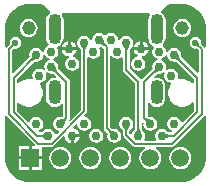
<source format=gbr>
%TF.GenerationSoftware,Altium Limited,Altium Designer,21.3.2 (30)*%
G04 Layer_Physical_Order=2*
G04 Layer_Color=36540*
%FSLAX44Y44*%
%MOMM*%
%TF.SameCoordinates,675AFF39-0D07-4396-8A84-043E8CC343DD*%
%TF.FilePolarity,Positive*%
%TF.FileFunction,Copper,L2,Inr,Signal*%
%TF.Part,Single*%
G01*
G75*
%TA.AperFunction,Conductor*%
%ADD13C,0.2032*%
%TA.AperFunction,WasherPad*%
%ADD14C,1.1520*%
%TA.AperFunction,ComponentPad*%
%ADD15R,1.5000X1.5000*%
%ADD16C,1.5000*%
%ADD17O,1.1000X2.6000*%
%ADD18O,1.1000X2.1000*%
%TA.AperFunction,ViaPad*%
%ADD19C,0.7620*%
%ADD20C,0.5588*%
%TA.AperFunction,Conductor*%
%ADD21C,0.1524*%
G36*
X70834Y29231D02*
X74474Y27724D01*
X77749Y25535D01*
X80535Y22749D01*
X82724Y19474D01*
X84231Y15834D01*
X85000Y11970D01*
Y-6169D01*
X83730Y-6554D01*
X83435Y-6113D01*
X81030Y-3707D01*
X80992Y-3645D01*
X80954Y-3564D01*
X80929Y-3500D01*
X81121Y-2540D01*
X80746Y-657D01*
X79679Y939D01*
X78083Y2006D01*
X76200Y2380D01*
X74317Y2006D01*
X72721Y939D01*
X71654Y-657D01*
X71280Y-2540D01*
X71654Y-4423D01*
X72721Y-6019D01*
X74317Y-7086D01*
X76200Y-7461D01*
X77160Y-7269D01*
X77224Y-7294D01*
X77304Y-7332D01*
X77367Y-7370D01*
X79014Y-9017D01*
Y-27606D01*
X77841Y-28092D01*
X64500Y-14751D01*
X64454Y-14688D01*
X64372Y-14550D01*
X64295Y-14388D01*
X64224Y-14197D01*
X64162Y-13975D01*
X64142Y-13879D01*
X64377Y-12700D01*
X63923Y-10421D01*
X62632Y-8488D01*
X60699Y-7197D01*
X58420Y-6744D01*
X56141Y-7197D01*
X54208Y-8488D01*
X52917Y-10421D01*
X51675Y-10167D01*
X51677Y-10160D01*
X51223Y-7881D01*
X49932Y-5948D01*
X48837Y-5216D01*
X48786Y-3655D01*
X48791Y-3651D01*
X49957Y-2131D01*
X50691Y-360D01*
X50941Y1540D01*
Y16540D01*
X50691Y18440D01*
X49957Y20210D01*
X48791Y21731D01*
X47295Y22879D01*
X47091Y23053D01*
X46951Y24331D01*
X51888Y29268D01*
X51888Y29268D01*
Y29268D01*
X52899Y29893D01*
X52926Y29904D01*
X53409Y30000D01*
X53656Y30000D01*
X65000Y30000D01*
X66970D01*
X70834Y29231D01*
D02*
G37*
G36*
X-53656Y30000D02*
X-53656Y30000D01*
X-53655Y30000D01*
X-52499Y29727D01*
X-52471Y29715D01*
X-52062Y29442D01*
X-51888Y29268D01*
X-46677Y24057D01*
X-46947Y22531D01*
X-47991Y21731D01*
X-49157Y20210D01*
X-49891Y18440D01*
X-50141Y16540D01*
Y1540D01*
X-49891Y-360D01*
X-49157Y-2131D01*
X-48184Y-3399D01*
X-48142Y-3687D01*
X-48218Y-4347D01*
X-48409Y-4931D01*
X-49932Y-5948D01*
X-51223Y-7881D01*
X-51677Y-10160D01*
X-51675Y-10167D01*
X-52917Y-10421D01*
X-54208Y-8488D01*
X-56141Y-7197D01*
X-58420Y-6744D01*
X-60699Y-7197D01*
X-62632Y-8488D01*
X-63923Y-10421D01*
X-64377Y-12700D01*
X-64142Y-13879D01*
X-64162Y-13975D01*
X-64224Y-14197D01*
X-64295Y-14388D01*
X-64372Y-14550D01*
X-64454Y-14688D01*
X-64500Y-14751D01*
X-77841Y-28092D01*
X-79014Y-27606D01*
Y-9017D01*
X-77367Y-7370D01*
X-77305Y-7332D01*
X-77224Y-7294D01*
X-77160Y-7269D01*
X-76200Y-7461D01*
X-74317Y-7086D01*
X-72721Y-6019D01*
X-71654Y-4423D01*
X-71280Y-2540D01*
X-71654Y-657D01*
X-72721Y939D01*
X-74317Y2006D01*
X-76200Y2380D01*
X-78083Y2006D01*
X-79679Y939D01*
X-80746Y-657D01*
X-81121Y-2540D01*
X-80929Y-3500D01*
X-80954Y-3564D01*
X-80992Y-3644D01*
X-81030Y-3707D01*
X-83435Y-6113D01*
X-83730Y-6554D01*
X-85000Y-6169D01*
Y11970D01*
X-84231Y15834D01*
X-82724Y19474D01*
X-80535Y22749D01*
X-77749Y25535D01*
X-74474Y27724D01*
X-70834Y29231D01*
X-66970Y30000D01*
X-65000Y30000D01*
X-53656Y30000D01*
X-53656Y30000D01*
D02*
G37*
G36*
X-1263Y-489D02*
X-1233Y-916D01*
X-1179Y-1320D01*
X-1102Y-1701D01*
X-1001Y-2058D01*
X-878Y-2392D01*
X-730Y-2703D01*
X-560Y-2990D01*
X-366Y-3254D01*
X-149Y-3495D01*
X-1585Y-4931D01*
X-1826Y-4714D01*
X-2090Y-4520D01*
X-2377Y-4350D01*
X-2688Y-4202D01*
X-3022Y-4079D01*
X-3379Y-3978D01*
X-3760Y-3901D01*
X-4164Y-3847D01*
X-4591Y-3817D01*
X-5042Y-3810D01*
X-1270Y-38D01*
X-1263Y-489D01*
D02*
G37*
G36*
X78999Y-2894D02*
X79022Y-3204D01*
X79062Y-3497D01*
X79119Y-3773D01*
X79193Y-4034D01*
X79285Y-4277D01*
X79394Y-4505D01*
X79520Y-4715D01*
X79664Y-4909D01*
X79825Y-5087D01*
X78747Y-6165D01*
X78569Y-6004D01*
X78375Y-5860D01*
X78165Y-5734D01*
X77937Y-5625D01*
X77694Y-5533D01*
X77433Y-5459D01*
X77157Y-5402D01*
X76864Y-5362D01*
X76554Y-5339D01*
X76228Y-5334D01*
X78994Y-2568D01*
X78999Y-2894D01*
D02*
G37*
G36*
X-76228Y-5334D02*
X-76554Y-5339D01*
X-76864Y-5362D01*
X-77157Y-5402D01*
X-77433Y-5459D01*
X-77694Y-5533D01*
X-77937Y-5625D01*
X-78165Y-5734D01*
X-78375Y-5860D01*
X-78569Y-6004D01*
X-78747Y-6165D01*
X-79825Y-5087D01*
X-79664Y-4909D01*
X-79520Y-4715D01*
X-79394Y-4505D01*
X-79285Y-4277D01*
X-79193Y-4034D01*
X-79119Y-3773D01*
X-79062Y-3497D01*
X-79022Y-3204D01*
X-78999Y-2894D01*
X-78994Y-2568D01*
X-76228Y-5334D01*
D02*
G37*
G36*
X20133Y-5584D02*
X19853Y-5908D01*
X19605Y-6232D01*
X19390Y-6556D01*
X19209Y-6879D01*
X19060Y-7203D01*
X18945Y-7527D01*
X18862Y-7850D01*
X18813Y-8174D01*
X18796Y-8498D01*
X16764D01*
X16747Y-8174D01*
X16698Y-7850D01*
X16615Y-7527D01*
X16500Y-7203D01*
X16351Y-6879D01*
X16170Y-6556D01*
X15955Y-6232D01*
X15707Y-5908D01*
X15427Y-5584D01*
X15113Y-5261D01*
X20447D01*
X20133Y-5584D01*
D02*
G37*
G36*
X-15475Y-5630D02*
X-16085Y-6342D01*
X-16332Y-6685D01*
X-16542Y-7019D01*
X-16713Y-7344D01*
X-16847Y-7661D01*
X-16942Y-7969D01*
X-16999Y-8268D01*
X-17018Y-8559D01*
X-18542D01*
X-18561Y-8268D01*
X-18618Y-7969D01*
X-18713Y-7661D01*
X-18847Y-7344D01*
X-19018Y-7019D01*
X-19228Y-6685D01*
X-19476Y-6342D01*
X-19761Y-5990D01*
X-20447Y-5261D01*
X-15113D01*
X-15475Y-5630D01*
D02*
G37*
G36*
X-3805Y-5742D02*
X-3583Y-5804D01*
X-3392Y-5875D01*
X-3230Y-5952D01*
X-3092Y-6034D01*
X-3029Y-6080D01*
X-1579Y-7530D01*
Y-74930D01*
X-1579Y-74930D01*
X-1362Y-76020D01*
X-744Y-76944D01*
X1540Y-79229D01*
X1586Y-79292D01*
X1668Y-79430D01*
X1745Y-79592D01*
X1816Y-79783D01*
X1878Y-80005D01*
X1898Y-80101D01*
X1664Y-81280D01*
X2117Y-83559D01*
X3408Y-85492D01*
X5341Y-86783D01*
X7620Y-87236D01*
X9899Y-86783D01*
X11832Y-85492D01*
X13123Y-83559D01*
X13577Y-81280D01*
X13123Y-79001D01*
X11832Y-77068D01*
X9899Y-75777D01*
X7620Y-75324D01*
X6441Y-75558D01*
X6345Y-75539D01*
X6123Y-75476D01*
X5932Y-75405D01*
X5770Y-75328D01*
X5632Y-75246D01*
X5569Y-75200D01*
X4119Y-73750D01*
Y-13920D01*
X5389Y-13535D01*
X5948Y-14372D01*
X7881Y-15663D01*
X10160Y-16116D01*
X12439Y-15663D01*
X13661Y-14847D01*
X14931Y-15525D01*
Y-25400D01*
X14931Y-25400D01*
X15148Y-26490D01*
X15766Y-27414D01*
X25091Y-36740D01*
Y-75530D01*
X25079Y-75608D01*
X25040Y-75763D01*
X24979Y-75933D01*
X24894Y-76118D01*
X24781Y-76319D01*
X24727Y-76400D01*
X23728Y-77068D01*
X22437Y-79001D01*
X22368Y-79348D01*
X21105Y-79768D01*
X20370Y-79157D01*
Y-77042D01*
X20380Y-76989D01*
X20419Y-76862D01*
X20487Y-76700D01*
X20590Y-76504D01*
X20732Y-76278D01*
X20878Y-76076D01*
X21992Y-75332D01*
X23283Y-73399D01*
X23737Y-71120D01*
X23283Y-68841D01*
X21992Y-66908D01*
X20059Y-65617D01*
X17780Y-65163D01*
X15501Y-65617D01*
X13568Y-66908D01*
X12277Y-68841D01*
X11824Y-71120D01*
X12277Y-73399D01*
X13568Y-75332D01*
X14682Y-76076D01*
X14828Y-76278D01*
X14970Y-76504D01*
X15073Y-76700D01*
X15141Y-76862D01*
X15180Y-76988D01*
X15190Y-77042D01*
Y-80459D01*
X15387Y-81451D01*
X15949Y-82291D01*
X23373Y-89715D01*
X24214Y-90277D01*
X25205Y-90474D01*
X33535D01*
X33788Y-91744D01*
X33421Y-91896D01*
X31483Y-93383D01*
X29996Y-95321D01*
X29061Y-97578D01*
X28742Y-100000D01*
X29061Y-102422D01*
X29996Y-104679D01*
X31483Y-106617D01*
X33421Y-108104D01*
X35678Y-109039D01*
X38100Y-109358D01*
X40522Y-109039D01*
X42779Y-108104D01*
X44717Y-106617D01*
X46204Y-104679D01*
X47139Y-102422D01*
X47458Y-100000D01*
X47139Y-97578D01*
X46204Y-95321D01*
X44717Y-93383D01*
X42779Y-91896D01*
X42412Y-91744D01*
X42665Y-90474D01*
X56743D01*
X57734Y-90277D01*
X58574Y-89715D01*
X83435Y-64854D01*
X83730Y-64413D01*
X85000Y-64798D01*
Y-100000D01*
X85000Y-100000D01*
Y-101970D01*
X84231Y-105834D01*
X82724Y-109474D01*
X80535Y-112749D01*
X77749Y-115535D01*
X74474Y-117724D01*
X70834Y-119231D01*
X66970Y-120000D01*
X65000Y-120000D01*
X-65000Y-120000D01*
X-66970D01*
X-70834Y-119231D01*
X-74474Y-117724D01*
X-77749Y-115535D01*
X-80535Y-112749D01*
X-82724Y-109474D01*
X-84231Y-105834D01*
X-85000Y-101970D01*
Y-100000D01*
Y-64798D01*
X-83730Y-64413D01*
X-83435Y-64854D01*
X-59599Y-88690D01*
X-60125Y-89960D01*
X-62230D01*
Y-98730D01*
X-53460D01*
Y-90474D01*
X-45525D01*
X-44534Y-90277D01*
X-43693Y-89715D01*
X-35634Y-81656D01*
X-34256Y-82074D01*
X-33922Y-83758D01*
X-32518Y-85858D01*
X-30418Y-87262D01*
X-29210Y-87502D01*
Y-81280D01*
X-27940D01*
Y-80010D01*
X-21718D01*
X-21958Y-78802D01*
X-23362Y-76702D01*
X-25462Y-75298D01*
X-27146Y-74964D01*
X-27564Y-73586D01*
X-24892Y-70914D01*
X-23664Y-71482D01*
X-23283Y-73399D01*
X-21992Y-75332D01*
X-20059Y-76623D01*
X-17780Y-77077D01*
X-15501Y-76623D01*
X-13568Y-75332D01*
X-12277Y-73399D01*
X-11824Y-71120D01*
X-12277Y-68841D01*
X-13568Y-66908D01*
X-15501Y-65617D01*
X-17418Y-65236D01*
X-17986Y-64008D01*
X-15949Y-61971D01*
X-15387Y-61130D01*
X-15190Y-60139D01*
Y-15259D01*
X-13920Y-14674D01*
X-12439Y-15663D01*
X-10160Y-16116D01*
X-7881Y-15663D01*
X-5948Y-14372D01*
X-4657Y-12439D01*
X-4203Y-10160D01*
X-4657Y-7881D01*
X-5136Y-7164D01*
X-5133Y-7099D01*
X-4493Y-5840D01*
X-3901Y-5722D01*
X-3805Y-5742D01*
D02*
G37*
G36*
X62237Y-13189D02*
X62267Y-13616D01*
X62321Y-14020D01*
X62398Y-14401D01*
X62499Y-14758D01*
X62622Y-15092D01*
X62770Y-15403D01*
X62940Y-15690D01*
X63134Y-15954D01*
X63351Y-16195D01*
X61915Y-17631D01*
X61674Y-17414D01*
X61410Y-17220D01*
X61123Y-17050D01*
X60812Y-16903D01*
X60478Y-16779D01*
X60121Y-16678D01*
X59740Y-16601D01*
X59336Y-16547D01*
X58909Y-16517D01*
X58458Y-16510D01*
X62230Y-12738D01*
X62237Y-13189D01*
D02*
G37*
G36*
X-58458Y-16510D02*
X-58909Y-16517D01*
X-59336Y-16547D01*
X-59740Y-16601D01*
X-60121Y-16678D01*
X-60478Y-16779D01*
X-60812Y-16903D01*
X-61123Y-17050D01*
X-61410Y-17220D01*
X-61674Y-17414D01*
X-61915Y-17631D01*
X-63351Y-16195D01*
X-63134Y-15954D01*
X-62940Y-15690D01*
X-62770Y-15403D01*
X-62622Y-15092D01*
X-62499Y-14758D01*
X-62398Y-14401D01*
X-62321Y-14020D01*
X-62267Y-13616D01*
X-62237Y-13189D01*
X-62230Y-12738D01*
X-58458Y-16510D01*
D02*
G37*
G36*
X-49932Y-14372D02*
X-47999Y-15663D01*
X-46996Y-15863D01*
Y-17157D01*
X-47999Y-17357D01*
X-49932Y-18648D01*
X-51223Y-20581D01*
X-51677Y-22860D01*
X-51246Y-25023D01*
X-51500Y-25335D01*
X-52261Y-25872D01*
X-53601Y-24977D01*
X-55880Y-24523D01*
X-58159Y-24977D01*
X-60092Y-26268D01*
X-61383Y-28201D01*
X-61837Y-30480D01*
X-61459Y-32376D01*
X-62126Y-33256D01*
X-62439Y-33465D01*
X-63661Y-33222D01*
X-63840D01*
X-64015Y-33187D01*
X-65985D01*
X-66160Y-33222D01*
X-66339D01*
X-68271Y-33606D01*
X-68436Y-33675D01*
X-68611Y-33709D01*
X-70430Y-34463D01*
X-70579Y-34562D01*
X-70744Y-34631D01*
X-72382Y-35725D01*
X-72508Y-35852D01*
X-72656Y-35951D01*
X-73675Y-36969D01*
X-74945Y-36443D01*
Y-33254D01*
X-60471Y-18780D01*
X-60408Y-18734D01*
X-60270Y-18652D01*
X-60107Y-18575D01*
X-59917Y-18504D01*
X-59695Y-18441D01*
X-59599Y-18422D01*
X-58420Y-18657D01*
X-56141Y-18203D01*
X-54208Y-16912D01*
X-52917Y-14979D01*
X-52463Y-12700D01*
X-52465Y-12693D01*
X-51223Y-12440D01*
X-49932Y-14372D01*
D02*
G37*
G36*
X45682Y-26670D02*
X45231Y-26677D01*
X44804Y-26707D01*
X44400Y-26761D01*
X44019Y-26838D01*
X43662Y-26939D01*
X43328Y-27062D01*
X43017Y-27210D01*
X42730Y-27380D01*
X42466Y-27574D01*
X42225Y-27791D01*
X40789Y-26355D01*
X41006Y-26114D01*
X41200Y-25850D01*
X41370Y-25563D01*
X41518Y-25252D01*
X41641Y-24918D01*
X41742Y-24561D01*
X41819Y-24180D01*
X41873Y-23776D01*
X41903Y-23349D01*
X41910Y-22898D01*
X45682Y-26670D01*
D02*
G37*
G36*
X-41903Y-23349D02*
X-41873Y-23776D01*
X-41819Y-24180D01*
X-41742Y-24561D01*
X-41641Y-24918D01*
X-41518Y-25252D01*
X-41370Y-25563D01*
X-41200Y-25850D01*
X-41006Y-26114D01*
X-40789Y-26355D01*
X-42225Y-27791D01*
X-42466Y-27574D01*
X-42730Y-27380D01*
X-43017Y-27210D01*
X-43328Y-27062D01*
X-43662Y-26939D01*
X-44019Y-26838D01*
X-44400Y-26761D01*
X-44804Y-26707D01*
X-45231Y-26677D01*
X-45682Y-26670D01*
X-41910Y-22898D01*
X-41903Y-23349D01*
D02*
G37*
G36*
X50100Y-28005D02*
X50354Y-28317D01*
X49924Y-30480D01*
X50377Y-32759D01*
X51668Y-34692D01*
X53601Y-35983D01*
X55197Y-36301D01*
X55549Y-36787D01*
X55606Y-36921D01*
X55725Y-37618D01*
X54631Y-39256D01*
X54562Y-39421D01*
X54463Y-39569D01*
X53709Y-41389D01*
X53675Y-41564D01*
X53606Y-41729D01*
X53222Y-43661D01*
Y-43840D01*
X53187Y-44015D01*
Y-45985D01*
X53222Y-46160D01*
Y-46339D01*
X53606Y-48271D01*
X53675Y-48436D01*
X53709Y-48611D01*
X54463Y-50431D01*
X54562Y-50579D01*
X54631Y-50744D01*
X55725Y-52382D01*
X55851Y-52508D01*
X55951Y-52656D01*
X57344Y-54049D01*
X57492Y-54149D01*
X57618Y-54275D01*
X59256Y-55369D01*
X59421Y-55438D01*
X59570Y-55537D01*
X61389Y-56291D01*
X61564Y-56325D01*
X61729Y-56394D01*
X63661Y-56778D01*
X63840D01*
X64015Y-56813D01*
X65985D01*
X66160Y-56778D01*
X66339D01*
X68271Y-56394D01*
X68436Y-56325D01*
X68611Y-56291D01*
X70430Y-55537D01*
X70579Y-55438D01*
X70744Y-55369D01*
X72382Y-54275D01*
X72508Y-54149D01*
X72656Y-54049D01*
X73675Y-53031D01*
X74945Y-53557D01*
Y-60265D01*
X65281Y-69928D01*
X64066Y-69560D01*
X63923Y-68841D01*
X62632Y-66908D01*
X60699Y-65617D01*
X58420Y-65163D01*
X56141Y-65617D01*
X54208Y-66908D01*
X52917Y-68841D01*
X52463Y-71120D01*
X52917Y-73399D01*
X54208Y-75332D01*
X55977Y-76514D01*
X56197Y-76879D01*
X56439Y-77977D01*
X56080Y-78431D01*
X54010D01*
X53932Y-78419D01*
X53777Y-78380D01*
X53607Y-78319D01*
X53422Y-78234D01*
X53221Y-78122D01*
X53140Y-78067D01*
X52472Y-77068D01*
X50539Y-75777D01*
X48260Y-75324D01*
X45981Y-75777D01*
X44048Y-77068D01*
X42757Y-79001D01*
X42304Y-81280D01*
X42757Y-83559D01*
X43168Y-84174D01*
X42569Y-85294D01*
X33631D01*
X33032Y-84174D01*
X33443Y-83559D01*
X33897Y-81280D01*
X33443Y-79001D01*
X32152Y-77068D01*
X31153Y-76400D01*
X31098Y-76319D01*
X30986Y-76118D01*
X30901Y-75933D01*
X30840Y-75763D01*
X30801Y-75608D01*
X30789Y-75530D01*
Y-70702D01*
X30836Y-70603D01*
X32059Y-70097D01*
X32299Y-70338D01*
X32143Y-71120D01*
X32597Y-73399D01*
X33888Y-75332D01*
X35821Y-76623D01*
X38100Y-77077D01*
X40379Y-76623D01*
X42312Y-75332D01*
X43603Y-73399D01*
X44057Y-71120D01*
X43603Y-68841D01*
X42312Y-66908D01*
X40379Y-65617D01*
X38100Y-65163D01*
X36922Y-65398D01*
X36825Y-65378D01*
X36603Y-65316D01*
X36412Y-65245D01*
X36250Y-65168D01*
X36112Y-65086D01*
X36049Y-65040D01*
X35869Y-64860D01*
Y-53615D01*
X36718Y-53265D01*
X37139Y-53256D01*
X38209Y-54651D01*
X39730Y-55817D01*
X41500Y-56551D01*
X43400Y-56801D01*
X45300Y-56551D01*
X47070Y-55817D01*
X48591Y-54651D01*
X49757Y-53131D01*
X50491Y-51360D01*
X50741Y-49460D01*
Y-39460D01*
X50491Y-37560D01*
X49757Y-35790D01*
X48591Y-34269D01*
X47070Y-33103D01*
X45300Y-32369D01*
X43400Y-32119D01*
X42116Y-32288D01*
X41523Y-31086D01*
X43669Y-28940D01*
X43732Y-28894D01*
X43870Y-28812D01*
X44033Y-28735D01*
X44223Y-28664D01*
X44445Y-28602D01*
X44541Y-28582D01*
X45720Y-28816D01*
X47999Y-28363D01*
X49339Y-27468D01*
X50100Y-28005D01*
D02*
G37*
G36*
X-47999Y-28363D02*
X-45720Y-28816D01*
X-44541Y-28582D01*
X-44445Y-28602D01*
X-44223Y-28664D01*
X-44032Y-28735D01*
X-43870Y-28812D01*
X-43732Y-28894D01*
X-43669Y-28940D01*
X-41584Y-31025D01*
X-42177Y-32228D01*
X-43000Y-32119D01*
X-44900Y-32369D01*
X-46671Y-33103D01*
X-48191Y-34269D01*
X-49358Y-35790D01*
X-50091Y-37560D01*
X-50341Y-39460D01*
Y-49460D01*
X-50091Y-51360D01*
X-49358Y-53131D01*
X-48191Y-54651D01*
X-46671Y-55817D01*
X-44900Y-56551D01*
X-43000Y-56801D01*
X-41100Y-56551D01*
X-39330Y-55817D01*
X-37809Y-54651D01*
X-37139Y-53777D01*
X-35869Y-54208D01*
Y-64860D01*
X-36049Y-65040D01*
X-36112Y-65086D01*
X-36250Y-65168D01*
X-36412Y-65245D01*
X-36603Y-65316D01*
X-36825Y-65378D01*
X-36921Y-65398D01*
X-38100Y-65163D01*
X-40379Y-65617D01*
X-42312Y-66908D01*
X-43603Y-68841D01*
X-44057Y-71120D01*
X-43603Y-73399D01*
X-42312Y-75332D01*
X-40379Y-76623D01*
X-39654Y-76767D01*
X-39286Y-77983D01*
X-41397Y-80094D01*
X-42613Y-79726D01*
X-42757Y-79001D01*
X-44048Y-77068D01*
X-45981Y-75777D01*
X-48260Y-75324D01*
X-50539Y-75777D01*
X-52472Y-77068D01*
X-53140Y-78067D01*
X-53221Y-78122D01*
X-53422Y-78234D01*
X-53607Y-78319D01*
X-53777Y-78380D01*
X-53932Y-78419D01*
X-54010Y-78431D01*
X-56080D01*
X-56439Y-77977D01*
X-56197Y-76879D01*
X-55977Y-76514D01*
X-54208Y-75332D01*
X-52917Y-73399D01*
X-52463Y-71120D01*
X-52917Y-68841D01*
X-54208Y-66908D01*
X-56141Y-65617D01*
X-58420Y-65163D01*
X-60699Y-65617D01*
X-62632Y-66908D01*
X-63923Y-68841D01*
X-64066Y-69560D01*
X-65281Y-69928D01*
X-74945Y-60265D01*
Y-53557D01*
X-73675Y-53031D01*
X-72656Y-54049D01*
X-72508Y-54149D01*
X-72382Y-54275D01*
X-70744Y-55369D01*
X-70579Y-55438D01*
X-70430Y-55537D01*
X-68611Y-56291D01*
X-68436Y-56325D01*
X-68271Y-56394D01*
X-66339Y-56778D01*
X-66160D01*
X-65985Y-56813D01*
X-64015D01*
X-63840Y-56778D01*
X-63661D01*
X-61729Y-56394D01*
X-61564Y-56325D01*
X-61389Y-56291D01*
X-59570Y-55537D01*
X-59421Y-55438D01*
X-59256Y-55369D01*
X-57618Y-54275D01*
X-57492Y-54149D01*
X-57344Y-54049D01*
X-55951Y-52656D01*
X-55851Y-52508D01*
X-55725Y-52382D01*
X-54631Y-50744D01*
X-54563Y-50579D01*
X-54463Y-50430D01*
X-53710Y-48611D01*
X-53675Y-48436D01*
X-53606Y-48271D01*
X-53222Y-46339D01*
Y-46160D01*
X-53187Y-45985D01*
Y-44015D01*
X-53222Y-43840D01*
Y-43661D01*
X-53606Y-41729D01*
X-53675Y-41564D01*
X-53710Y-41389D01*
X-54463Y-39569D01*
X-54563Y-39421D01*
X-54631Y-39256D01*
X-55725Y-37618D01*
X-55606Y-36921D01*
X-55549Y-36787D01*
X-55197Y-36301D01*
X-53601Y-35983D01*
X-51668Y-34692D01*
X-50377Y-32759D01*
X-49924Y-30480D01*
X-50354Y-28317D01*
X-50100Y-28005D01*
X-49339Y-27468D01*
X-47999Y-28363D01*
D02*
G37*
G36*
X37933Y21110D02*
X37243Y20210D01*
X36509Y18440D01*
X36259Y16540D01*
Y1540D01*
X36509Y-360D01*
X37243Y-2131D01*
X38409Y-3651D01*
X39930Y-4817D01*
X40645Y-5114D01*
X41038Y-6651D01*
X40217Y-7881D01*
X39764Y-10160D01*
X40217Y-12439D01*
X41508Y-14372D01*
X43441Y-15663D01*
X44444Y-15863D01*
Y-17157D01*
X43441Y-17357D01*
X41508Y-18648D01*
X40217Y-20581D01*
X39764Y-22860D01*
X39998Y-24039D01*
X39978Y-24135D01*
X39916Y-24357D01*
X39845Y-24548D01*
X39768Y-24710D01*
X39686Y-24848D01*
X39640Y-24911D01*
X31291Y-33260D01*
X30679Y-33391D01*
X30281D01*
X29669Y-33260D01*
X20629Y-24220D01*
Y-8290D01*
X20641Y-8212D01*
X20680Y-8057D01*
X20741Y-7887D01*
X20826Y-7702D01*
X20938Y-7501D01*
X20993Y-7419D01*
X21992Y-6752D01*
X23283Y-4819D01*
X23737Y-2540D01*
X23283Y-261D01*
X21992Y1672D01*
X20059Y2963D01*
X17780Y3417D01*
X15501Y2963D01*
X13568Y1672D01*
X12277Y-260D01*
X11035Y-7D01*
X11036Y0D01*
X10583Y2279D01*
X9292Y4212D01*
X7359Y5503D01*
X5080Y5957D01*
X2801Y5503D01*
X868Y4212D01*
X635Y3863D01*
X-635D01*
X-868Y4212D01*
X-2801Y5503D01*
X-5080Y5957D01*
X-7359Y5503D01*
X-9292Y4212D01*
X-10583Y2279D01*
X-11036Y0D01*
X-11035Y-7D01*
X-12277Y-260D01*
X-13568Y1672D01*
X-15501Y2963D01*
X-17780Y3417D01*
X-20059Y2963D01*
X-21992Y1672D01*
X-23283Y-261D01*
X-23737Y-2540D01*
X-23283Y-4819D01*
X-21992Y-6752D01*
X-20878Y-7496D01*
X-20732Y-7698D01*
X-20590Y-7924D01*
X-20487Y-8120D01*
X-20419Y-8282D01*
X-20380Y-8408D01*
X-20370Y-8462D01*
Y-59067D01*
X-29722Y-68418D01*
X-30708Y-67609D01*
X-30388Y-67130D01*
X-30171Y-66040D01*
X-30171Y-66040D01*
Y-35560D01*
X-30171Y-35560D01*
X-30388Y-34470D01*
X-31006Y-33546D01*
X-31006Y-33546D01*
X-39640Y-24911D01*
X-39686Y-24848D01*
X-39768Y-24710D01*
X-39845Y-24548D01*
X-39916Y-24357D01*
X-39978Y-24135D01*
X-39998Y-24039D01*
X-39764Y-22860D01*
X-40217Y-20581D01*
X-41508Y-18648D01*
X-43441Y-17357D01*
X-44444Y-17157D01*
Y-15863D01*
X-43441Y-15663D01*
X-41508Y-14372D01*
X-40217Y-12439D01*
X-39764Y-10160D01*
X-40217Y-7881D01*
X-40916Y-6834D01*
X-40913Y-6547D01*
X-40388Y-5339D01*
X-39130Y-4817D01*
X-37609Y-3651D01*
X-36443Y-2131D01*
X-35709Y-360D01*
X-35459Y1540D01*
Y16540D01*
X-35709Y18440D01*
X-36443Y20210D01*
X-37133Y21110D01*
X-36507Y22380D01*
X37307Y22380D01*
X37933Y21110D01*
D02*
G37*
G36*
X52465Y-12693D02*
X52463Y-12700D01*
X52917Y-14979D01*
X54208Y-16912D01*
X56141Y-18203D01*
X58420Y-18657D01*
X59599Y-18422D01*
X59695Y-18441D01*
X59917Y-18504D01*
X60108Y-18575D01*
X60270Y-18652D01*
X60408Y-18734D01*
X60471Y-18780D01*
X74945Y-33254D01*
Y-36443D01*
X73675Y-36969D01*
X72656Y-35951D01*
X72508Y-35851D01*
X72382Y-35725D01*
X70744Y-34631D01*
X70579Y-34562D01*
X70430Y-34463D01*
X68611Y-33709D01*
X68436Y-33675D01*
X68271Y-33606D01*
X66339Y-33222D01*
X66160D01*
X65985Y-33187D01*
X64015D01*
X63840Y-33222D01*
X63661D01*
X62439Y-33465D01*
X62126Y-33256D01*
X61459Y-32376D01*
X61837Y-30480D01*
X61383Y-28201D01*
X60092Y-26268D01*
X58159Y-24977D01*
X55880Y-24523D01*
X53601Y-24977D01*
X52261Y-25872D01*
X51500Y-25335D01*
X51246Y-25023D01*
X51677Y-22860D01*
X51223Y-20581D01*
X49932Y-18648D01*
X47999Y-17357D01*
X46996Y-17157D01*
Y-15863D01*
X47999Y-15663D01*
X49932Y-14372D01*
X51223Y-12440D01*
X52465Y-12693D01*
D02*
G37*
G36*
X34846Y-66406D02*
X35110Y-66600D01*
X35397Y-66770D01*
X35708Y-66918D01*
X36042Y-67041D01*
X36399Y-67142D01*
X36780Y-67219D01*
X37184Y-67273D01*
X37611Y-67303D01*
X38062Y-67310D01*
X34290Y-71082D01*
X34283Y-70631D01*
X34253Y-70204D01*
X34199Y-69800D01*
X34122Y-69419D01*
X34021Y-69062D01*
X33898Y-68728D01*
X33750Y-68417D01*
X33580Y-68130D01*
X33386Y-67866D01*
X33169Y-67625D01*
X34606Y-66189D01*
X34846Y-66406D01*
D02*
G37*
G36*
X-33169Y-67625D02*
X-33386Y-67866D01*
X-33580Y-68130D01*
X-33750Y-68417D01*
X-33898Y-68728D01*
X-34021Y-69062D01*
X-34122Y-69419D01*
X-34199Y-69800D01*
X-34253Y-70204D01*
X-34283Y-70631D01*
X-34290Y-71082D01*
X-38062Y-67310D01*
X-37611Y-67303D01*
X-37184Y-67273D01*
X-36780Y-67219D01*
X-36399Y-67142D01*
X-36042Y-67041D01*
X-35708Y-66918D01*
X-35397Y-66770D01*
X-35110Y-66600D01*
X-34846Y-66406D01*
X-34605Y-66189D01*
X-33169Y-67625D01*
D02*
G37*
G36*
X20085Y-74210D02*
X19476Y-74922D01*
X19228Y-75265D01*
X19018Y-75599D01*
X18847Y-75925D01*
X18713Y-76241D01*
X18618Y-76549D01*
X18561Y-76849D01*
X18542Y-77139D01*
X17018D01*
X16999Y-76849D01*
X16942Y-76549D01*
X16847Y-76241D01*
X16713Y-75925D01*
X16542Y-75599D01*
X16332Y-75265D01*
X16085Y-74922D01*
X15799Y-74570D01*
X15113Y-73841D01*
X20447D01*
X20085Y-74210D01*
D02*
G37*
G36*
X28972Y-75646D02*
X29022Y-75970D01*
X29105Y-76293D01*
X29220Y-76617D01*
X29369Y-76941D01*
X29550Y-77264D01*
X29765Y-77588D01*
X30013Y-77912D01*
X30293Y-78236D01*
X30607Y-78559D01*
X25273D01*
X25587Y-78236D01*
X25867Y-77912D01*
X26115Y-77588D01*
X26330Y-77264D01*
X26511Y-76941D01*
X26660Y-76617D01*
X26775Y-76293D01*
X26858Y-75970D01*
X26907Y-75646D01*
X26924Y-75322D01*
X28956D01*
X28972Y-75646D01*
D02*
G37*
G36*
X4366Y-76566D02*
X4630Y-76760D01*
X4917Y-76930D01*
X5228Y-77077D01*
X5562Y-77201D01*
X5919Y-77302D01*
X6300Y-77379D01*
X6704Y-77433D01*
X7131Y-77463D01*
X7582Y-77470D01*
X3810Y-81242D01*
X3803Y-80791D01*
X3773Y-80364D01*
X3719Y-79960D01*
X3642Y-79579D01*
X3541Y-79222D01*
X3417Y-78888D01*
X3270Y-78577D01*
X3100Y-78290D01*
X2906Y-78026D01*
X2689Y-77785D01*
X4125Y-76349D01*
X4366Y-76566D01*
D02*
G37*
G36*
X51304Y-78927D02*
X51628Y-79207D01*
X51952Y-79455D01*
X52276Y-79670D01*
X52599Y-79851D01*
X52923Y-80000D01*
X53247Y-80115D01*
X53570Y-80198D01*
X53894Y-80247D01*
X54218Y-80264D01*
Y-82296D01*
X53894Y-82312D01*
X53570Y-82362D01*
X53247Y-82445D01*
X52923Y-82560D01*
X52599Y-82709D01*
X52276Y-82890D01*
X51952Y-83105D01*
X51628Y-83353D01*
X51304Y-83633D01*
X50981Y-83947D01*
Y-78613D01*
X51304Y-78927D01*
D02*
G37*
G36*
X-50981Y-83947D02*
X-51304Y-83633D01*
X-51628Y-83353D01*
X-51952Y-83105D01*
X-52276Y-82890D01*
X-52599Y-82709D01*
X-52923Y-82560D01*
X-53247Y-82445D01*
X-53570Y-82362D01*
X-53894Y-82312D01*
X-54218Y-82296D01*
Y-80264D01*
X-53894Y-80247D01*
X-53570Y-80198D01*
X-53247Y-80115D01*
X-52923Y-80000D01*
X-52599Y-79851D01*
X-52276Y-79670D01*
X-51952Y-79455D01*
X-51628Y-79207D01*
X-51304Y-78927D01*
X-50981Y-78613D01*
Y-83947D01*
D02*
G37*
%LPC*%
G36*
X65000Y17603D02*
X63032Y17344D01*
X61199Y16584D01*
X59624Y15376D01*
X58416Y13801D01*
X57656Y11968D01*
X57397Y10000D01*
X57656Y8032D01*
X58416Y6198D01*
X59624Y4624D01*
X61199Y3416D01*
X63032Y2656D01*
X65000Y2397D01*
X66968Y2656D01*
X68801Y3416D01*
X70376Y4624D01*
X71584Y6198D01*
X72344Y8032D01*
X72603Y10000D01*
X72344Y11968D01*
X71584Y13801D01*
X70376Y15376D01*
X68801Y16584D01*
X66968Y17344D01*
X65000Y17603D01*
D02*
G37*
G36*
X-65000D02*
X-66968Y17344D01*
X-68801Y16584D01*
X-70376Y15376D01*
X-71584Y13801D01*
X-72344Y11968D01*
X-72603Y10000D01*
X-72344Y8032D01*
X-71584Y6198D01*
X-70376Y4624D01*
X-68801Y3416D01*
X-66968Y2656D01*
X-65000Y2397D01*
X-63032Y2656D01*
X-61199Y3416D01*
X-59624Y4624D01*
X-58416Y6198D01*
X-57656Y8032D01*
X-57397Y10000D01*
X-57656Y11968D01*
X-58416Y13801D01*
X-59624Y15376D01*
X-61199Y16584D01*
X-63032Y17344D01*
X-65000Y17603D01*
D02*
G37*
G36*
X-7620Y-75324D02*
X-9899Y-75777D01*
X-11832Y-77068D01*
X-13123Y-79001D01*
X-13577Y-81280D01*
X-13123Y-83559D01*
X-11832Y-85492D01*
X-9899Y-86783D01*
X-7620Y-87236D01*
X-5341Y-86783D01*
X-3408Y-85492D01*
X-2117Y-83559D01*
X-1664Y-81280D01*
X-2117Y-79001D01*
X-3408Y-77068D01*
X-5341Y-75777D01*
X-7620Y-75324D01*
D02*
G37*
G36*
X-21718Y-82550D02*
X-26670D01*
Y-87502D01*
X-25462Y-87262D01*
X-23362Y-85858D01*
X-21958Y-83758D01*
X-21718Y-82550D01*
D02*
G37*
G36*
X-64770Y-89960D02*
X-73540D01*
Y-98730D01*
X-64770D01*
Y-89960D01*
D02*
G37*
G36*
X63500Y-90642D02*
X61078Y-90961D01*
X58821Y-91896D01*
X56883Y-93383D01*
X55396Y-95321D01*
X54461Y-97578D01*
X54142Y-100000D01*
X54461Y-102422D01*
X55396Y-104679D01*
X56883Y-106617D01*
X58821Y-108104D01*
X61078Y-109039D01*
X63500Y-109358D01*
X65922Y-109039D01*
X68179Y-108104D01*
X70117Y-106617D01*
X71604Y-104679D01*
X72539Y-102422D01*
X72858Y-100000D01*
X72539Y-97578D01*
X71604Y-95321D01*
X70117Y-93383D01*
X68179Y-91896D01*
X65922Y-90961D01*
X63500Y-90642D01*
D02*
G37*
G36*
X12700D02*
X10278Y-90961D01*
X8021Y-91896D01*
X6083Y-93383D01*
X4596Y-95321D01*
X3661Y-97578D01*
X3342Y-100000D01*
X3661Y-102422D01*
X4596Y-104679D01*
X6083Y-106617D01*
X8021Y-108104D01*
X10278Y-109039D01*
X12700Y-109358D01*
X15122Y-109039D01*
X17379Y-108104D01*
X19317Y-106617D01*
X20804Y-104679D01*
X21739Y-102422D01*
X22058Y-100000D01*
X21739Y-97578D01*
X20804Y-95321D01*
X19317Y-93383D01*
X17379Y-91896D01*
X15122Y-90961D01*
X12700Y-90642D01*
D02*
G37*
G36*
X-12700D02*
X-15122Y-90961D01*
X-17379Y-91896D01*
X-19317Y-93383D01*
X-20804Y-95321D01*
X-21739Y-97578D01*
X-22058Y-100000D01*
X-21739Y-102422D01*
X-20804Y-104679D01*
X-19317Y-106617D01*
X-17379Y-108104D01*
X-15122Y-109039D01*
X-12700Y-109358D01*
X-10278Y-109039D01*
X-8021Y-108104D01*
X-6083Y-106617D01*
X-4596Y-104679D01*
X-3661Y-102422D01*
X-3342Y-100000D01*
X-3661Y-97578D01*
X-4596Y-95321D01*
X-6083Y-93383D01*
X-8021Y-91896D01*
X-10278Y-90961D01*
X-12700Y-90642D01*
D02*
G37*
G36*
X-38100D02*
X-40522Y-90961D01*
X-42779Y-91896D01*
X-44717Y-93383D01*
X-46204Y-95321D01*
X-47139Y-97578D01*
X-47458Y-100000D01*
X-47139Y-102422D01*
X-46204Y-104679D01*
X-44717Y-106617D01*
X-42779Y-108104D01*
X-40522Y-109039D01*
X-38100Y-109358D01*
X-35678Y-109039D01*
X-33421Y-108104D01*
X-31483Y-106617D01*
X-29996Y-104679D01*
X-29061Y-102422D01*
X-28742Y-100000D01*
X-29061Y-97578D01*
X-29996Y-95321D01*
X-31483Y-93383D01*
X-33421Y-91896D01*
X-35678Y-90961D01*
X-38100Y-90642D01*
D02*
G37*
G36*
X-53460Y-101270D02*
X-62230D01*
Y-110040D01*
X-53460D01*
Y-101270D01*
D02*
G37*
G36*
X-64770D02*
X-73540D01*
Y-110040D01*
X-64770D01*
Y-101270D01*
D02*
G37*
G36*
X31750Y-1398D02*
Y-6350D01*
X36702D01*
X36462Y-5142D01*
X35058Y-3042D01*
X32958Y-1638D01*
X31750Y-1398D01*
D02*
G37*
G36*
X29210D02*
X28002Y-1638D01*
X25902Y-3042D01*
X24498Y-5142D01*
X24258Y-6350D01*
X29210D01*
Y-1398D01*
D02*
G37*
G36*
X-29210D02*
Y-6350D01*
X-24258D01*
X-24498Y-5142D01*
X-25902Y-3042D01*
X-28002Y-1638D01*
X-29210Y-1398D01*
D02*
G37*
G36*
X-31750D02*
X-32958Y-1638D01*
X-35058Y-3042D01*
X-36462Y-5142D01*
X-36702Y-6350D01*
X-31750D01*
Y-1398D01*
D02*
G37*
G36*
X36702Y-8890D02*
X24258D01*
X24498Y-10098D01*
X25902Y-12198D01*
X27373Y-13181D01*
X27105Y-14530D01*
X25661Y-14817D01*
X23728Y-16108D01*
X22437Y-18041D01*
X21983Y-20320D01*
X22437Y-22599D01*
X23728Y-24532D01*
X25661Y-25823D01*
X27940Y-26277D01*
X30219Y-25823D01*
X32152Y-24532D01*
X33443Y-22599D01*
X33897Y-20320D01*
X33443Y-18041D01*
X32152Y-16108D01*
X30939Y-15298D01*
X31207Y-13950D01*
X32958Y-13602D01*
X35058Y-12198D01*
X36462Y-10098D01*
X36702Y-8890D01*
D02*
G37*
G36*
X-24258D02*
X-36702D01*
X-36462Y-10098D01*
X-35058Y-12198D01*
X-32958Y-13602D01*
X-31207Y-13950D01*
X-30939Y-15298D01*
X-32152Y-16108D01*
X-33443Y-18041D01*
X-33897Y-20320D01*
X-33443Y-22599D01*
X-32152Y-24532D01*
X-30219Y-25823D01*
X-27940Y-26277D01*
X-25661Y-25823D01*
X-23728Y-24532D01*
X-22437Y-22599D01*
X-21983Y-20320D01*
X-22437Y-18041D01*
X-23728Y-16108D01*
X-25661Y-14817D01*
X-27105Y-14530D01*
X-27373Y-13181D01*
X-25902Y-12198D01*
X-24498Y-10098D01*
X-24258Y-8890D01*
D02*
G37*
%LPD*%
D13*
X17780Y-25400D02*
X27940Y-35560D01*
Y-81280D02*
Y-35560D01*
X17780Y-25400D02*
Y-2540D01*
X33020Y-66040D02*
X38100Y-71120D01*
X33020Y-35560D02*
X45720Y-22860D01*
X33020Y-66040D02*
Y-35560D01*
X-38100Y-71120D02*
X-33020Y-66040D01*
Y-35560D01*
X-45720Y-22860D02*
X-33020Y-35560D01*
X38100Y-71120D02*
Y-71120D01*
X77794Y-61445D02*
Y-32074D01*
X57959Y-81280D02*
X77794Y-61445D01*
X-5080Y0D02*
X1270Y-6350D01*
Y-74930D02*
X7620Y-81280D01*
X-57959D02*
X-48260D01*
X-77794Y-61445D02*
Y-32074D01*
X48260Y-81280D02*
X57959D01*
X58420Y-12700D02*
X77794Y-32074D01*
X-77794Y-61445D02*
X-57959Y-81280D01*
X-77794Y-32074D02*
X-58420Y-12700D01*
X1270Y-74930D02*
Y-6350D01*
D14*
X65000Y10000D02*
D03*
X-65000D02*
D03*
D15*
X-63500Y-100000D02*
D03*
D16*
X-38100D02*
D03*
X-12700D02*
D03*
X12700D02*
D03*
X38100D02*
D03*
X63500D02*
D03*
D17*
X43600Y9040D02*
D03*
X-42800D02*
D03*
D18*
X43400Y-44460D02*
D03*
X-43000D02*
D03*
D19*
X58420Y-71120D02*
D03*
X48260Y-81280D02*
D03*
X38100Y-71120D02*
D03*
X27940Y-81280D02*
D03*
X17780Y-71120D02*
D03*
X7620Y-81280D02*
D03*
X-7620D02*
D03*
X-17780Y-71120D02*
D03*
X-27940Y-81280D02*
D03*
X-38100Y-71120D02*
D03*
X-48260Y-81280D02*
D03*
X-58420Y-71120D02*
D03*
X10160Y-10160D02*
D03*
X17780Y-2540D02*
D03*
X-17780D02*
D03*
X-5080Y0D02*
D03*
X5080D02*
D03*
X-10160Y-10160D02*
D03*
X45720Y-22860D02*
D03*
X-27940Y-20320D02*
D03*
X27940D02*
D03*
X-45720Y-10160D02*
D03*
X45720D02*
D03*
X30480Y-7620D02*
D03*
X-55880Y-30480D02*
D03*
X-45720Y-22860D02*
D03*
X55880Y-30480D02*
D03*
X-30480Y-7620D02*
D03*
X-58420Y-12700D02*
D03*
X58420D02*
D03*
D20*
X76200Y-2540D02*
D03*
X-76200D02*
D03*
D21*
X-17780Y-60139D02*
Y-2540D01*
X-81604Y-63023D02*
Y-7944D01*
X17780Y-80459D02*
X25205Y-87884D01*
X56743D02*
X81604Y-63023D01*
X17780Y-80459D02*
Y-71120D01*
X81604Y-63023D02*
Y-7944D01*
X25205Y-87884D02*
X56743D01*
X76200Y-2540D02*
X81604Y-7944D01*
X-81604Y-63023D02*
X-56743Y-87884D01*
X-45525D01*
X-17780Y-60139D01*
X-81604Y-7944D02*
X-76200Y-2540D01*
%TF.MD5,9690ad0f87ba8fa6c172fb05633bc7ce*%
M02*

</source>
